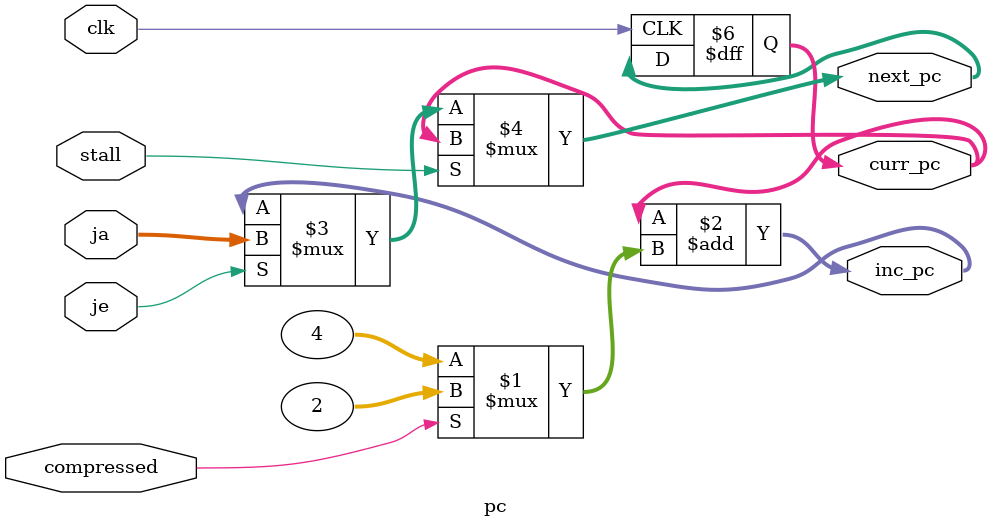
<source format=sv>
module pc #(
    parameter XLEN = 32
) (
    input logic clk,

    input logic stall,
    input logic compressed,
    input logic je,
    input logic [XLEN-1:0] ja,

    output logic [XLEN-1:0] curr_pc,
    output logic [XLEN-1:0] inc_pc,
    output logic [XLEN-1:0] next_pc
);
    assign inc_pc = curr_pc + (compressed?2:4);
    assign next_pc = stall?curr_pc:je?ja:inc_pc;

    always @(posedge clk) begin
        curr_pc <= next_pc;
    end
endmodule

</source>
